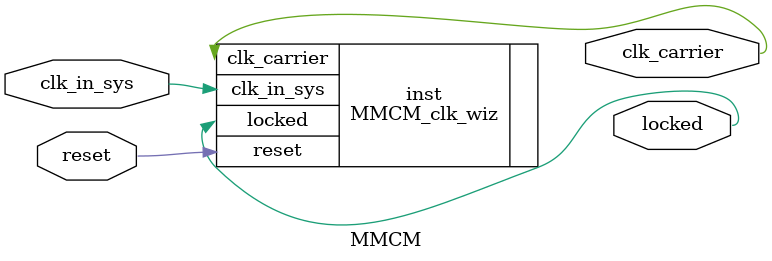
<source format=v>


`timescale 1ps/1ps

(* CORE_GENERATION_INFO = "MMCM,clk_wiz_v6_0_3_0_0,{component_name=MMCM,use_phase_alignment=true,use_min_o_jitter=false,use_max_i_jitter=false,use_dyn_phase_shift=false,use_inclk_switchover=false,use_dyn_reconfig=false,enable_axi=0,feedback_source=FDBK_AUTO,PRIMITIVE=MMCM,num_out_clk=1,clkin1_period=83.333,clkin2_period=10.0,use_power_down=false,use_reset=true,use_locked=true,use_inclk_stopped=false,feedback_type=SINGLE,CLOCK_MGR_TYPE=NA,manual_override=false}" *)

module MMCM 
 (
  // Clock out ports
  output        clk_carrier,
  // Status and control signals
  input         reset,
  output        locked,
 // Clock in ports
  input         clk_in_sys
 );

  MMCM_clk_wiz inst
  (
  // Clock out ports  
  .clk_carrier(clk_carrier),
  // Status and control signals               
  .reset(reset), 
  .locked(locked),
 // Clock in ports
  .clk_in_sys(clk_in_sys)
  );

endmodule

</source>
